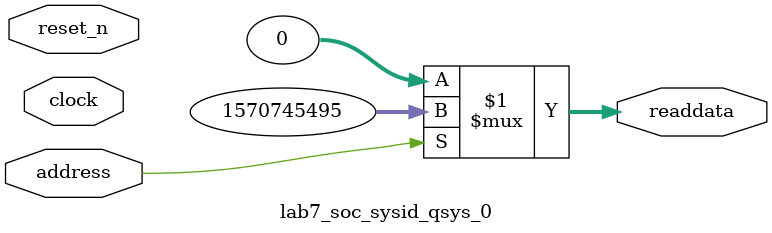
<source format=v>



// synthesis translate_off
`timescale 1ns / 1ps
// synthesis translate_on

// turn off superfluous verilog processor warnings 
// altera message_level Level1 
// altera message_off 10034 10035 10036 10037 10230 10240 10030 

module lab7_soc_sysid_qsys_0 (
               // inputs:
                address,
                clock,
                reset_n,

               // outputs:
                readdata
             )
;

  output  [ 31: 0] readdata;
  input            address;
  input            clock;
  input            reset_n;

  wire    [ 31: 0] readdata;
  //control_slave, which is an e_avalon_slave
  assign readdata = address ? 1570745495 : 0;

endmodule



</source>
